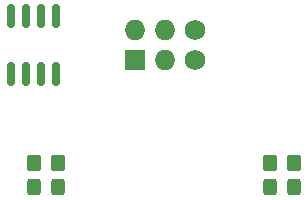
<source format=gbr>
%TF.GenerationSoftware,KiCad,Pcbnew,(6.0.4)*%
%TF.CreationDate,2022-04-09T23:38:07+02:00*%
%TF.ProjectId,cassette,63617373-6574-4746-952e-6b696361645f,rev?*%
%TF.SameCoordinates,Original*%
%TF.FileFunction,Soldermask,Bot*%
%TF.FilePolarity,Negative*%
%FSLAX46Y46*%
G04 Gerber Fmt 4.6, Leading zero omitted, Abs format (unit mm)*
G04 Created by KiCad (PCBNEW (6.0.4)) date 2022-04-09 23:38:07*
%MOMM*%
%LPD*%
G01*
G04 APERTURE LIST*
G04 Aperture macros list*
%AMRoundRect*
0 Rectangle with rounded corners*
0 $1 Rounding radius*
0 $2 $3 $4 $5 $6 $7 $8 $9 X,Y pos of 4 corners*
0 Add a 4 corners polygon primitive as box body*
4,1,4,$2,$3,$4,$5,$6,$7,$8,$9,$2,$3,0*
0 Add four circle primitives for the rounded corners*
1,1,$1+$1,$2,$3*
1,1,$1+$1,$4,$5*
1,1,$1+$1,$6,$7*
1,1,$1+$1,$8,$9*
0 Add four rect primitives between the rounded corners*
20,1,$1+$1,$2,$3,$4,$5,0*
20,1,$1+$1,$4,$5,$6,$7,0*
20,1,$1+$1,$6,$7,$8,$9,0*
20,1,$1+$1,$8,$9,$2,$3,0*%
G04 Aperture macros list end*
%ADD10O,1.727200X1.727200*%
%ADD11R,1.727200X1.727200*%
%ADD12C,1.727200*%
%ADD13RoundRect,0.250000X-0.350000X-0.450000X0.350000X-0.450000X0.350000X0.450000X-0.350000X0.450000X0*%
%ADD14RoundRect,0.250000X0.325000X0.450000X-0.325000X0.450000X-0.325000X-0.450000X0.325000X-0.450000X0*%
%ADD15RoundRect,0.250000X0.350000X0.450000X-0.350000X0.450000X-0.350000X-0.450000X0.350000X-0.450000X0*%
%ADD16RoundRect,0.250000X-0.325000X-0.450000X0.325000X-0.450000X0.325000X0.450000X-0.325000X0.450000X0*%
%ADD17RoundRect,0.150000X0.150000X-0.825000X0.150000X0.825000X-0.150000X0.825000X-0.150000X-0.825000X0*%
G04 APERTURE END LIST*
D10*
%TO.C,X1*%
X-2480000Y1250000D03*
D11*
X-2480000Y-1290000D03*
D10*
X60000Y1250000D03*
X60000Y-1290000D03*
D12*
X2600000Y1250000D03*
X2600000Y-1290000D03*
%TD*%
D13*
%TO.C,R2*%
X-11000000Y-10000000D03*
X-9000000Y-10000000D03*
%TD*%
D14*
%TO.C,D1*%
X11025000Y-12000000D03*
X8975000Y-12000000D03*
%TD*%
D15*
%TO.C,R1*%
X11000000Y-10000000D03*
X9000000Y-10000000D03*
%TD*%
D16*
%TO.C,D2*%
X-11025000Y-12000000D03*
X-8975000Y-12000000D03*
%TD*%
D17*
%TO.C,U1*%
X-9144000Y-2475000D03*
X-10414000Y-2475000D03*
X-11684000Y-2475000D03*
X-12954000Y-2475000D03*
X-12954000Y2475000D03*
X-11684000Y2475000D03*
X-10414000Y2475000D03*
X-9144000Y2475000D03*
%TD*%
M02*

</source>
